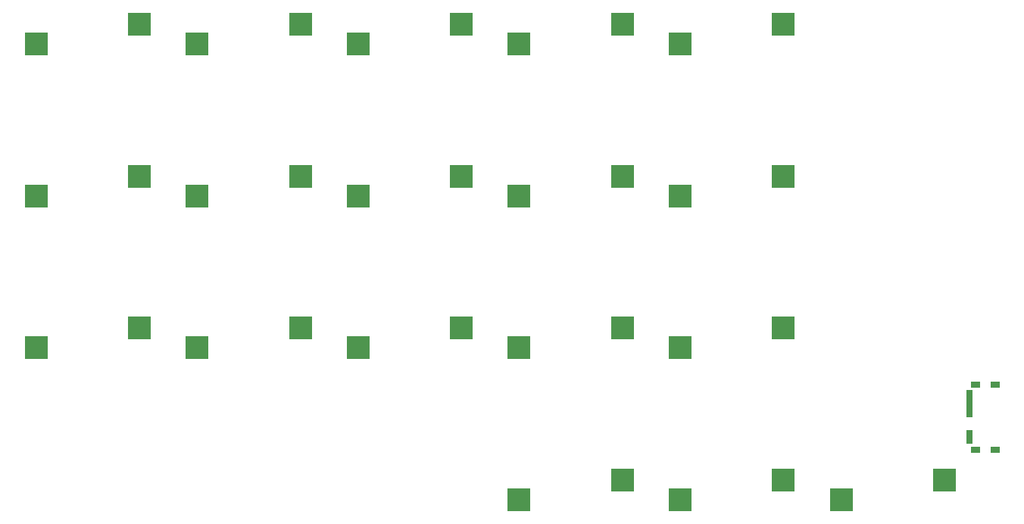
<source format=gbr>
%TF.GenerationSoftware,KiCad,Pcbnew,(6.0.7)*%
%TF.CreationDate,2022-08-24T19:26:19+02:00*%
%TF.ProjectId,leko_pona,6c656b6f-5f70-46f6-9e61-2e6b69636164,v1.0.0*%
%TF.SameCoordinates,Original*%
%TF.FileFunction,Paste,Top*%
%TF.FilePolarity,Positive*%
%FSLAX46Y46*%
G04 Gerber Fmt 4.6, Leading zero omitted, Abs format (unit mm)*
G04 Created by KiCad (PCBNEW (6.0.7)) date 2022-08-24 19:26:19*
%MOMM*%
%LPD*%
G01*
G04 APERTURE LIST*
%ADD10R,2.600000X2.600000*%
%ADD11R,1.000000X0.800000*%
%ADD12R,0.700000X1.500000*%
G04 APERTURE END LIST*
D10*
%TO.C,S31*%
X57275000Y-11050000D03*
X45725000Y-13250000D03*
%TD*%
%TO.C,S19*%
X57275000Y5950000D03*
X45725000Y3750000D03*
%TD*%
%TO.C,S9*%
X21275000Y22950000D03*
X9725000Y20750000D03*
%TD*%
%TO.C,S11*%
X21275000Y39950000D03*
X9725000Y37750000D03*
%TD*%
%TO.C,S7*%
X21275000Y5950000D03*
X9725000Y3750000D03*
%TD*%
%TO.C,S23*%
X57275000Y39950000D03*
X45725000Y37750000D03*
%TD*%
%TO.C,S1*%
X3275000Y5950000D03*
X-8275000Y3750000D03*
%TD*%
D11*
%TO.C,*%
X98930000Y-350000D03*
X98930000Y-7650000D03*
X96720000Y-350000D03*
X96720000Y-7650000D03*
D12*
X96070000Y-6250000D03*
X96070000Y-3250000D03*
X96070000Y-1750000D03*
%TD*%
D10*
%TO.C,S33*%
X75275000Y-11050000D03*
X63725000Y-13250000D03*
%TD*%
%TO.C,S27*%
X75275000Y22950000D03*
X63725000Y20750000D03*
%TD*%
%TO.C,S15*%
X39275000Y22950000D03*
X27725000Y20750000D03*
%TD*%
%TO.C,S21*%
X57275000Y22950000D03*
X45725000Y20750000D03*
%TD*%
%TO.C,S29*%
X75275000Y39950000D03*
X63725000Y37750000D03*
%TD*%
%TO.C,S25*%
X75275000Y5950000D03*
X63725000Y3750000D03*
%TD*%
%TO.C,S17*%
X39275000Y39950000D03*
X27725000Y37750000D03*
%TD*%
%TO.C,S35*%
X93275000Y-11050000D03*
X81725000Y-13250000D03*
%TD*%
%TO.C,S13*%
X39275000Y5950000D03*
X27725000Y3750000D03*
%TD*%
%TO.C,S3*%
X3275000Y22950000D03*
X-8275000Y20750000D03*
%TD*%
%TO.C,S5*%
X3275000Y39950000D03*
X-8275000Y37750000D03*
%TD*%
M02*

</source>
